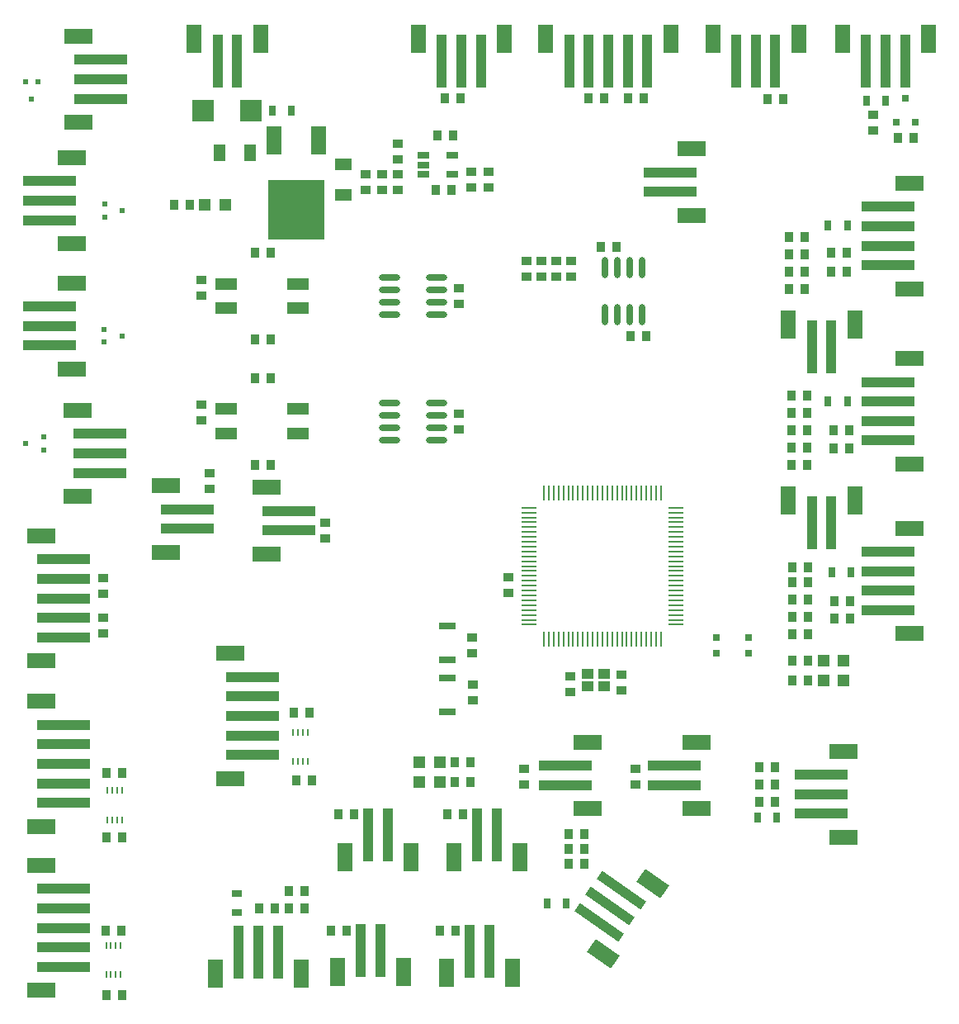
<source format=gtp>
G04*
G04 #@! TF.GenerationSoftware,Altium Limited,Altium Designer,19.1.8 (144)*
G04*
G04 Layer_Color=8421504*
%FSLAX25Y25*%
%MOIN*%
G70*
G01*
G75*
%ADD18R,0.02165X0.01968*%
%ADD19R,0.01968X0.02165*%
%ADD20R,0.02756X0.02953*%
%ADD21R,0.06693X0.03150*%
%ADD22R,0.06299X0.11811*%
%ADD23R,0.03937X0.21654*%
%ADD24R,0.08661X0.04724*%
%ADD25R,0.03543X0.03937*%
%ADD26R,0.04724X0.04724*%
%ADD27R,0.21654X0.03937*%
%ADD28R,0.03937X0.03543*%
%ADD29O,0.00984X0.06102*%
%ADD30O,0.06102X0.00984*%
%ADD31R,0.04724X0.03937*%
%ADD32R,0.22835X0.24410*%
%ADD33R,0.06299X0.11811*%
%ADD34O,0.02362X0.08661*%
G04:AMPARAMS|DCode=35|XSize=25.59mil|YSize=47.24mil|CornerRadius=1.92mil|HoleSize=0mil|Usage=FLASHONLY|Rotation=90.000|XOffset=0mil|YOffset=0mil|HoleType=Round|Shape=RoundedRectangle|*
%AMROUNDEDRECTD35*
21,1,0.02559,0.04341,0,0,90.0*
21,1,0.02175,0.04724,0,0,90.0*
1,1,0.00384,0.02170,0.01088*
1,1,0.00384,0.02170,-0.01088*
1,1,0.00384,-0.02170,-0.01088*
1,1,0.00384,-0.02170,0.01088*
%
%ADD35ROUNDEDRECTD35*%
G04:AMPARAMS|DCode=36|XSize=9.84mil|YSize=23.62mil|CornerRadius=1.97mil|HoleSize=0mil|Usage=FLASHONLY|Rotation=180.000|XOffset=0mil|YOffset=0mil|HoleType=Round|Shape=RoundedRectangle|*
%AMROUNDEDRECTD36*
21,1,0.00984,0.01968,0,0,180.0*
21,1,0.00591,0.02362,0,0,180.0*
1,1,0.00394,-0.00295,0.00984*
1,1,0.00394,0.00295,0.00984*
1,1,0.00394,0.00295,-0.00984*
1,1,0.00394,-0.00295,-0.00984*
%
%ADD36ROUNDEDRECTD36*%
%ADD37O,0.08661X0.02362*%
%ADD38R,0.11811X0.06299*%
%ADD39R,0.03150X0.03150*%
%ADD40R,0.03000X0.04291*%
%ADD41R,0.04291X0.03000*%
G04:AMPARAMS|DCode=42|XSize=39.37mil|YSize=216.54mil|CornerRadius=0mil|HoleSize=0mil|Usage=FLASHONLY|Rotation=55.000|XOffset=0mil|YOffset=0mil|HoleType=Round|Shape=Rectangle|*
%AMROTATEDRECTD42*
4,1,4,0.07740,-0.07823,-0.09998,0.04598,-0.07740,0.07823,0.09998,-0.04598,0.07740,-0.07823,0.0*
%
%ADD42ROTATEDRECTD42*%

G04:AMPARAMS|DCode=43|XSize=62.99mil|YSize=118.11mil|CornerRadius=0mil|HoleSize=0mil|Usage=FLASHONLY|Rotation=55.000|XOffset=0mil|YOffset=0mil|HoleType=Round|Shape=Rectangle|*
%AMROTATEDRECTD43*
4,1,4,0.03031,-0.05967,-0.06644,0.00807,-0.03031,0.05967,0.06644,-0.00807,0.03031,-0.05967,0.0*
%
%ADD43ROTATEDRECTD43*%

%ADD44R,0.08504X0.08898*%
%ADD45R,0.06693X0.04724*%
%ADD46R,0.04724X0.06693*%
D18*
X58118Y324576D02*
D03*
X50832Y322014D02*
D03*
X50832Y327132D02*
D03*
X57978Y274075D02*
D03*
X50688Y271515D02*
D03*
X50688Y276634D02*
D03*
X18973Y230574D02*
D03*
X26261Y233134D02*
D03*
X26261Y228016D02*
D03*
D19*
X21475Y369430D02*
D03*
X18916Y376719D02*
D03*
X24034Y376719D02*
D03*
D20*
X310873Y152323D02*
D03*
X298077D02*
D03*
Y145827D02*
D03*
X310873D02*
D03*
D21*
X189475Y135768D02*
D03*
Y122382D02*
D03*
Y143382D02*
D03*
Y156768D02*
D03*
D22*
X383672Y393933D02*
D03*
X349026D02*
D03*
X331172D02*
D03*
X296526D02*
D03*
X279546D02*
D03*
X229152D02*
D03*
X177652D02*
D03*
X212298D02*
D03*
X353924Y207433D02*
D03*
X327152D02*
D03*
X353924Y278433D02*
D03*
X327152D02*
D03*
X191975Y63575D02*
D03*
X218747Y63575D02*
D03*
X148026Y63717D02*
D03*
X174798Y63717D02*
D03*
X189026Y16781D02*
D03*
X215798D02*
D03*
X144975Y17140D02*
D03*
X171747D02*
D03*
X130298Y16475D02*
D03*
X95652D02*
D03*
X113924Y393933D02*
D03*
X87152D02*
D03*
D23*
X374223Y385075D02*
D03*
X366349D02*
D03*
X358475D02*
D03*
X321723D02*
D03*
X313849D02*
D03*
X305975D02*
D03*
X270097D02*
D03*
X262223D02*
D03*
X254349D02*
D03*
X246475D02*
D03*
X238601D02*
D03*
X187101D02*
D03*
X194975D02*
D03*
X202849D02*
D03*
X344475Y198575D02*
D03*
X336601D02*
D03*
X344475Y269575D02*
D03*
X336601D02*
D03*
X201424Y72433D02*
D03*
X209298D02*
D03*
X157475Y72575D02*
D03*
X165349D02*
D03*
X198475Y25640D02*
D03*
X206349D02*
D03*
X154424Y25997D02*
D03*
X162298D02*
D03*
X120849Y25332D02*
D03*
X112975D02*
D03*
X105101D02*
D03*
X104475Y385075D02*
D03*
X96601D02*
D03*
D24*
X129042Y285154D02*
D03*
X99908Y234653D02*
D03*
Y285154D02*
D03*
X129042Y294996D02*
D03*
X99908D02*
D03*
X129042Y234653D02*
D03*
Y244496D02*
D03*
X99908D02*
D03*
D25*
X118125Y307575D02*
D03*
X335125Y135075D02*
D03*
X328825D02*
D03*
X192325Y94075D02*
D03*
X198625D02*
D03*
X192325Y102075D02*
D03*
X198625D02*
D03*
X78959Y327075D02*
D03*
X85259D02*
D03*
X335125Y143075D02*
D03*
X328825D02*
D03*
X113325Y43075D02*
D03*
X119625D02*
D03*
X244625Y67075D02*
D03*
X238325Y67075D02*
D03*
X335125Y167575D02*
D03*
X328825D02*
D03*
X335125Y160575D02*
D03*
X328825D02*
D03*
X345825Y167075D02*
D03*
X352125D02*
D03*
X238325Y61075D02*
D03*
X244625Y61075D02*
D03*
X345825Y160075D02*
D03*
X352125D02*
D03*
X321625Y93075D02*
D03*
X315325D02*
D03*
X334625Y236075D02*
D03*
X328325D02*
D03*
X334625Y229075D02*
D03*
X328325D02*
D03*
X345325Y236075D02*
D03*
X351625D02*
D03*
X315325Y86075D02*
D03*
X321625D02*
D03*
X345325Y228575D02*
D03*
X351625D02*
D03*
X131625Y50075D02*
D03*
X125325D02*
D03*
X333625Y307075D02*
D03*
X327325D02*
D03*
X333625Y300075D02*
D03*
X327325D02*
D03*
X344325Y307575D02*
D03*
X350625D02*
D03*
X344325Y300075D02*
D03*
X350625D02*
D03*
X269625Y274075D02*
D03*
X263325D02*
D03*
X191125Y333075D02*
D03*
X184825D02*
D03*
X328825Y180575D02*
D03*
X335125D02*
D03*
X328325Y250075D02*
D03*
X334625D02*
D03*
X377625Y354075D02*
D03*
X371325D02*
D03*
X192625Y34075D02*
D03*
X186325D02*
D03*
X148625D02*
D03*
X142325D02*
D03*
X195625Y81075D02*
D03*
X189325Y81075D02*
D03*
X151625Y81075D02*
D03*
X145325Y81075D02*
D03*
X188325Y370075D02*
D03*
X194625D02*
D03*
X252625D02*
D03*
X246325D02*
D03*
X268625D02*
D03*
X262325D02*
D03*
X325125Y369575D02*
D03*
X318825D02*
D03*
X111825Y307575D02*
D03*
X118125Y272575D02*
D03*
X111825D02*
D03*
X118125Y257075D02*
D03*
X111825D02*
D03*
X118125Y222075D02*
D03*
X111825D02*
D03*
X335125Y174575D02*
D03*
X328825D02*
D03*
X244625Y73075D02*
D03*
X238325Y73075D02*
D03*
X335125Y153575D02*
D03*
X328825D02*
D03*
X334625Y243075D02*
D03*
X328325D02*
D03*
X321625Y100075D02*
D03*
X315325D02*
D03*
X334625Y222075D02*
D03*
X328325D02*
D03*
X333625Y314075D02*
D03*
X327325D02*
D03*
X131625Y43075D02*
D03*
X125325D02*
D03*
X333625Y293075D02*
D03*
X327325D02*
D03*
X251325Y310075D02*
D03*
X257625D02*
D03*
X185325Y355075D02*
D03*
X191625D02*
D03*
X134625Y94575D02*
D03*
X128325D02*
D03*
X133625Y122075D02*
D03*
X127325D02*
D03*
X58125Y71575D02*
D03*
X51825D02*
D03*
X58125Y97575D02*
D03*
X51825D02*
D03*
X57975Y8075D02*
D03*
X51676D02*
D03*
X57625Y34075D02*
D03*
X51325D02*
D03*
D26*
X349475Y134943D02*
D03*
X341208D02*
D03*
X177975Y94075D02*
D03*
X186243D02*
D03*
X177975Y102075D02*
D03*
X186243D02*
D03*
X99743Y327075D02*
D03*
X91475D02*
D03*
X349475Y143075D02*
D03*
X341207D02*
D03*
D27*
X49176Y377575D02*
D03*
Y385449D02*
D03*
X28774Y270201D02*
D03*
Y278075D02*
D03*
X48975Y226575D02*
D03*
Y234449D02*
D03*
X28774Y320701D02*
D03*
Y328575D02*
D03*
X110676Y104827D02*
D03*
Y112701D02*
D03*
Y120575D02*
D03*
Y128449D02*
D03*
Y136323D02*
D03*
X34176Y19327D02*
D03*
Y27201D02*
D03*
Y35075D02*
D03*
Y42949D02*
D03*
Y50823D02*
D03*
Y85524D02*
D03*
Y93398D02*
D03*
Y101272D02*
D03*
Y109146D02*
D03*
Y117020D02*
D03*
Y152327D02*
D03*
Y160201D02*
D03*
Y168075D02*
D03*
Y175949D02*
D03*
Y183823D02*
D03*
X125333Y203398D02*
D03*
Y195524D02*
D03*
X236975Y92575D02*
D03*
Y100449D02*
D03*
X280975Y92701D02*
D03*
Y100575D02*
D03*
X84475Y204075D02*
D03*
Y196201D02*
D03*
X279274Y332138D02*
D03*
Y340012D02*
D03*
X367274Y163264D02*
D03*
Y171138D02*
D03*
Y179012D02*
D03*
Y186886D02*
D03*
Y231764D02*
D03*
Y239638D02*
D03*
Y247512D02*
D03*
Y255386D02*
D03*
X340475Y96949D02*
D03*
Y89075D02*
D03*
Y81201D02*
D03*
X367274Y302524D02*
D03*
Y310398D02*
D03*
Y318272D02*
D03*
Y326146D02*
D03*
X28774Y336449D02*
D03*
X49176Y369701D02*
D03*
X28774Y285949D02*
D03*
X48975Y218701D02*
D03*
D28*
X89975Y239925D02*
D03*
X213975Y170425D02*
D03*
Y176724D02*
D03*
X199550Y133299D02*
D03*
Y127000D02*
D03*
X199475Y145925D02*
D03*
Y152224D02*
D03*
X239475Y304224D02*
D03*
Y297925D02*
D03*
X169475Y351724D02*
D03*
Y345425D02*
D03*
X156475Y339224D02*
D03*
Y332925D02*
D03*
X205975Y333925D02*
D03*
Y340224D02*
D03*
X169475Y332925D02*
D03*
Y339224D02*
D03*
X221475Y304224D02*
D03*
Y297925D02*
D03*
X198975Y340224D02*
D03*
Y333925D02*
D03*
X162975Y332925D02*
D03*
Y339224D02*
D03*
X93171Y212223D02*
D03*
Y218522D02*
D03*
X139975Y198724D02*
D03*
Y192425D02*
D03*
X361475Y356925D02*
D03*
Y363224D02*
D03*
X220475Y92925D02*
D03*
Y99224D02*
D03*
X265475Y92925D02*
D03*
Y99224D02*
D03*
X50475Y153925D02*
D03*
Y160224D02*
D03*
Y169925D02*
D03*
Y176224D02*
D03*
X89975Y290425D02*
D03*
Y296724D02*
D03*
Y246224D02*
D03*
X233475Y304224D02*
D03*
Y297925D02*
D03*
X227475Y304224D02*
D03*
Y297925D02*
D03*
X259575Y130825D02*
D03*
Y137124D02*
D03*
X238975Y130425D02*
D03*
Y136724D02*
D03*
X193975Y286925D02*
D03*
Y293224D02*
D03*
Y236425D02*
D03*
Y242724D02*
D03*
D29*
X228353Y151449D02*
D03*
X230322D02*
D03*
X232290D02*
D03*
X234259D02*
D03*
X236227D02*
D03*
X238195D02*
D03*
X240164D02*
D03*
X242132D02*
D03*
X244101D02*
D03*
X246070D02*
D03*
X248038D02*
D03*
X250007D02*
D03*
X251975D02*
D03*
X253943D02*
D03*
X255912D02*
D03*
X257880D02*
D03*
X259849D02*
D03*
X261818D02*
D03*
X263786D02*
D03*
X265755D02*
D03*
X267723D02*
D03*
X269691D02*
D03*
X271660D02*
D03*
X273628D02*
D03*
X275597D02*
D03*
Y210701D02*
D03*
X273628D02*
D03*
X271660D02*
D03*
X269691D02*
D03*
X267723D02*
D03*
X265755D02*
D03*
X263786D02*
D03*
X261818D02*
D03*
X259849D02*
D03*
X257880D02*
D03*
X255912D02*
D03*
X253943D02*
D03*
X251975D02*
D03*
X250007D02*
D03*
X248038D02*
D03*
X246070D02*
D03*
X244101D02*
D03*
X242132D02*
D03*
X240164D02*
D03*
X238195D02*
D03*
X236227D02*
D03*
X234259D02*
D03*
X232290D02*
D03*
X230322D02*
D03*
X228353D02*
D03*
D30*
X281601Y157453D02*
D03*
Y159421D02*
D03*
Y161390D02*
D03*
Y163358D02*
D03*
Y165327D02*
D03*
Y167295D02*
D03*
Y169264D02*
D03*
Y171232D02*
D03*
Y173201D02*
D03*
Y175169D02*
D03*
Y177138D02*
D03*
Y179106D02*
D03*
Y181075D02*
D03*
Y183043D02*
D03*
Y185012D02*
D03*
Y186980D02*
D03*
Y188949D02*
D03*
Y190917D02*
D03*
Y192886D02*
D03*
Y194854D02*
D03*
Y196823D02*
D03*
Y198791D02*
D03*
Y200760D02*
D03*
Y202728D02*
D03*
Y204697D02*
D03*
X222349D02*
D03*
Y202728D02*
D03*
Y200760D02*
D03*
Y198791D02*
D03*
Y196823D02*
D03*
Y194854D02*
D03*
Y192886D02*
D03*
Y190917D02*
D03*
Y188949D02*
D03*
Y186980D02*
D03*
Y185012D02*
D03*
Y183043D02*
D03*
Y181075D02*
D03*
Y179106D02*
D03*
Y177138D02*
D03*
Y175169D02*
D03*
Y173201D02*
D03*
Y171232D02*
D03*
Y169264D02*
D03*
Y167295D02*
D03*
Y165327D02*
D03*
Y163358D02*
D03*
Y161390D02*
D03*
Y159421D02*
D03*
Y157453D02*
D03*
D31*
X246129Y137634D02*
D03*
X252821D02*
D03*
X246129Y132516D02*
D03*
X252821D02*
D03*
D32*
X128475Y324791D02*
D03*
D33*
X119479Y353059D02*
D03*
X137471D02*
D03*
D34*
X267975Y301524D02*
D03*
X262975D02*
D03*
X257975D02*
D03*
X252975D02*
D03*
X267975Y282626D02*
D03*
X262975D02*
D03*
X257975D02*
D03*
X252975D02*
D03*
D35*
X191282Y346815D02*
D03*
Y339335D02*
D03*
X179668D02*
D03*
Y343075D02*
D03*
Y346815D02*
D03*
D36*
X132928Y113980D02*
D03*
X130959D02*
D03*
X128991D02*
D03*
X127022D02*
D03*
X132928Y102169D02*
D03*
X130959D02*
D03*
X128991D02*
D03*
X127022D02*
D03*
X57928Y90480D02*
D03*
X55959D02*
D03*
X53991D02*
D03*
X52022D02*
D03*
X57928Y78669D02*
D03*
X55959D02*
D03*
X53991D02*
D03*
X52022D02*
D03*
X57428Y27980D02*
D03*
X55459D02*
D03*
X53491D02*
D03*
X51522D02*
D03*
X57428Y16169D02*
D03*
X55459D02*
D03*
X53491D02*
D03*
X51522D02*
D03*
D37*
X166026Y297575D02*
D03*
Y292575D02*
D03*
Y287575D02*
D03*
Y282575D02*
D03*
X184924Y297575D02*
D03*
Y292575D02*
D03*
Y287575D02*
D03*
Y282575D02*
D03*
X166026Y247075D02*
D03*
Y242075D02*
D03*
Y237075D02*
D03*
Y232075D02*
D03*
X184924Y247075D02*
D03*
Y242075D02*
D03*
Y237075D02*
D03*
Y232075D02*
D03*
D38*
X101818Y95378D02*
D03*
Y145772D02*
D03*
X25318Y9878D02*
D03*
Y60272D02*
D03*
Y76075D02*
D03*
Y126469D02*
D03*
Y142878D02*
D03*
Y193272D02*
D03*
X116475Y212847D02*
D03*
Y186075D02*
D03*
X245833Y83126D02*
D03*
Y109898D02*
D03*
X289833Y83252D02*
D03*
Y110024D02*
D03*
X75617Y213524D02*
D03*
Y186752D02*
D03*
X288132Y322689D02*
D03*
Y349461D02*
D03*
X376132Y153815D02*
D03*
Y196335D02*
D03*
Y222315D02*
D03*
Y264835D02*
D03*
X349333Y106398D02*
D03*
Y71752D02*
D03*
X376132Y293075D02*
D03*
Y335595D02*
D03*
X37632Y345898D02*
D03*
Y311252D02*
D03*
X40318Y360252D02*
D03*
Y394898D02*
D03*
X37632Y295398D02*
D03*
Y260752D02*
D03*
X40117Y209252D02*
D03*
Y243898D02*
D03*
D39*
X374475Y369799D02*
D03*
X378215Y360350D02*
D03*
X370735D02*
D03*
D40*
X229518Y45075D02*
D03*
X237432D02*
D03*
X344518Y178575D02*
D03*
X352432D02*
D03*
X314518Y79575D02*
D03*
X322432D02*
D03*
X343018Y247575D02*
D03*
X350932D02*
D03*
X343018Y318575D02*
D03*
X350932D02*
D03*
X358518Y369075D02*
D03*
X366432D02*
D03*
X126432Y365075D02*
D03*
X118518D02*
D03*
D41*
X104475Y49031D02*
D03*
Y41118D02*
D03*
D42*
X259672Y50243D02*
D03*
X255156Y43793D02*
D03*
X250640Y37343D02*
D03*
D43*
X272348Y52903D02*
D03*
X252476Y24522D02*
D03*
D44*
X110121Y365075D02*
D03*
X90829D02*
D03*
D45*
X147475Y330776D02*
D03*
Y343374D02*
D03*
D46*
X109774Y348075D02*
D03*
X97176D02*
D03*
M02*

</source>
